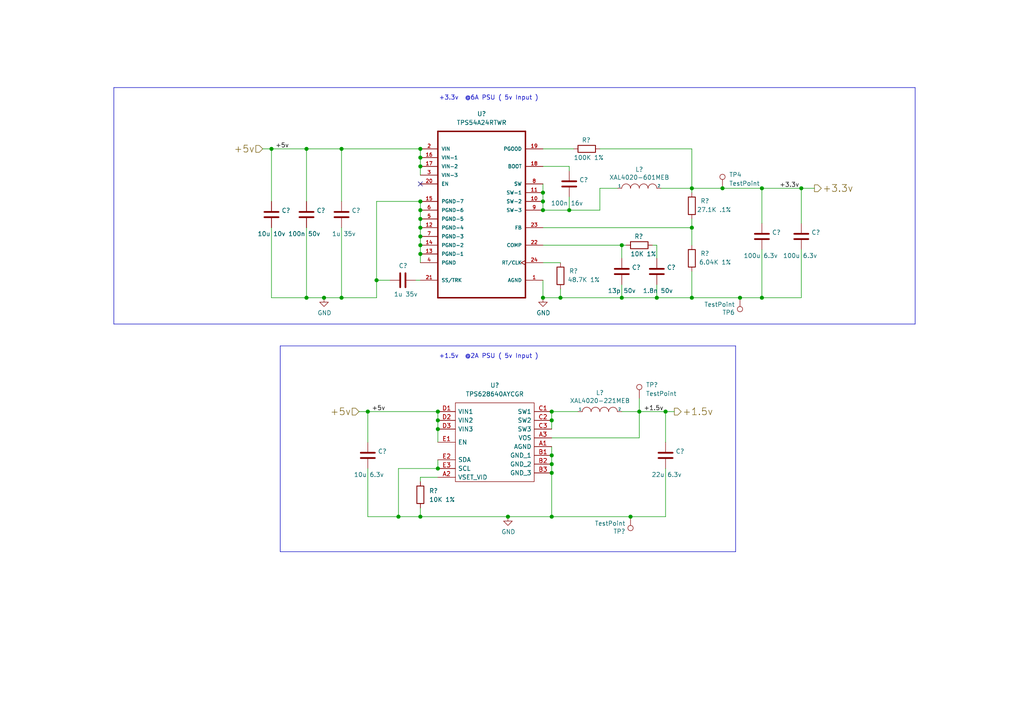
<source format=kicad_sch>
(kicad_sch (version 20201015) (generator eeschema)
  (page 1 10)
  (paper "A4")
  (title_block (title "AP2100v5") (date "2020-10-27") (rev "1") (company "(c) ISis ImageStream Internet Solutions 2020") (comment 1 "www.imagestream.com"))
  (lib_symbols
    (symbol "AP2100:TPS54A24RTWR" (pin_names (offset 1.016))
      (property "Reference" "U" (at -12.7 23.8506 0))
      (property "Value" "TPS54A24RTWR" (at -7.62 -27.94 0))
      (symbol "TPS54A24RTWR_0_0"
        (polyline (pts (xy -12.7 22.86) (xy 12.7 22.86)) (stroke (width 0.4064)))
        (polyline (pts (xy 12.7 22.86) (xy 12.7 -25.4)) (stroke (width 0.4064)))
        (polyline (pts (xy 12.7 -25.4) (xy -12.7 -25.4)) (stroke (width 0.4064)))
        (polyline (pts (xy -12.7 -25.4) (xy -12.7 22.86)) (stroke (width 0.4064)))
        (pin input clock (at 17.78 -15.24 180) (length 5.08) (name "RT/CLK") (number "24"))
        (pin input line (at -17.78 17.78 0) (length 5.08) (name "VIN") (number "2"))
        (pin input line (at -17.78 15.24 0) (length 5.08) (name "VIN-1") (number "16"))
        (pin input line (at -17.78 12.7 0) (length 5.08) (name "VIN-2") (number "17"))
        (pin input line (at -17.78 10.16 0) (length 5.08) (name "VIN-3") (number "3"))
        (pin bidirectional line (at 17.78 12.7 180) (length 5.08) (name "BOOT") (number "18"))
        (pin bidirectional line (at 17.78 -10.16 180) (length 5.08) (name "COMP") (number "22"))
        (pin bidirectional line (at -17.78 7.62 0) (length 5.08) (name "EN") (number "20"))
        (pin bidirectional line (at 17.78 -5.08 180) (length 5.08) (name "FB") (number "23"))
        (pin bidirectional line (at 17.78 17.78 180) (length 5.08) (name "PGOOD") (number "19"))
        (pin bidirectional line (at -17.78 -20.32 0) (length 5.08) (name "SS/TRK") (number "21"))
        (pin bidirectional line (at 17.78 7.62 180) (length 5.08) (name "SW") (number "8"))
        (pin bidirectional line (at 17.78 5.08 180) (length 5.08) (name "SW-1") (number "11"))
        (pin bidirectional line (at 17.78 2.54 180) (length 5.08) (name "SW-2") (number "10"))
        (pin bidirectional line (at 17.78 0 180) (length 5.08) (name "SW-3") (number "9"))
        (pin power_in line (at 17.78 -20.32 180) (length 5.08) (name "AGND") (number "1"))
        (pin power_in line (at -17.78 -15.24 0) (length 5.08) (name "PGND") (number "4"))
        (pin power_in line (at -17.78 -12.7 0) (length 5.08) (name "PGND-1") (number "13"))
        (pin power_in line (at -17.78 -10.16 0) (length 5.08) (name "PGND-2") (number "14"))
        (pin power_in line (at -17.78 -7.62 0) (length 5.08) (name "PGND-3") (number "7"))
        (pin power_in line (at -17.78 -5.08 0) (length 5.08) (name "PGND-4") (number "12"))
        (pin power_in line (at -17.78 -2.54 0) (length 5.08) (name "PGND-5") (number "5"))
        (pin power_in line (at -17.78 0 0) (length 5.08) (name "PGND-6") (number "6"))
        (pin power_in line (at -17.78 2.54 0) (length 5.08) (name "PGND-7") (number "15"))
      )
    )
    (symbol "AP2100:TPS628640AYCGR" (pin_names (offset 0.762))
      (property "Reference" "PS" (at 12.7 15.24 0))
      (property "Value" "TPS628640AYCGR" (at 12.7 12.7 0))
      (symbol "TPS628640AYCGR_0_1"
        (polyline (pts (xy -11.43 10.16) (xy 11.43 10.16) (xy 11.43 -12.7) (xy -11.43 -12.7) (xy -11.43 10.16)) (stroke (width 0.1524)))
      )
      (symbol "TPS628640AYCGR_0_0"
        (pin power_in line (at 16.51 -2.54 180) (length 5.08) (name "AGND") (number "A1"))
        (pin input line (at -16.51 -11.43 0) (length 5.08) (name "VSET_VID") (number "A2"))
        (pin input line (at 16.51 0 180) (length 5.08) (name "VOS") (number "A3"))
        (pin power_in line (at 16.51 -5.08 180) (length 5.08) (name "GND_1") (number "B1"))
        (pin power_in line (at 16.51 -7.62 180) (length 5.08) (name "GND_2") (number "B2"))
        (pin power_in line (at 16.51 -10.16 180) (length 5.08) (name "GND_3") (number "B3"))
        (pin power_in line (at 16.51 7.62 180) (length 5.08) (name "SW1") (number "C1"))
        (pin power_in line (at 16.51 5.08 180) (length 5.08) (name "SW2") (number "C2"))
        (pin power_in line (at 16.51 2.54 180) (length 5.08) (name "SW3") (number "C3"))
        (pin power_in line (at -16.51 7.62 0) (length 5.08) (name "VIN1") (number "D1"))
        (pin power_in line (at -16.51 5.08 0) (length 5.08) (name "VIN2") (number "D2"))
        (pin power_in line (at -16.51 2.54 0) (length 5.08) (name "VIN3") (number "D3"))
        (pin input line (at -16.51 -1.27 0) (length 5.08) (name "EN") (number "E1"))
        (pin bidirectional line (at -16.51 -6.35 0) (length 5.08) (name "SDA") (number "E2"))
        (pin bidirectional line (at -16.51 -8.89 0) (length 5.08) (name "SCL") (number "E3"))
      )
    )
    (symbol "Connector:TestPoint" (pin_numbers hide) (pin_names (offset 0.762) hide)
      (property "Reference" "TP" (at 0 6.858 0))
      (property "Value" "TestPoint" (at 0 5.08 0))
      (symbol "TestPoint_0_1"
        (circle (center 0 3.302) (radius 0.762))
      )
      (symbol "TestPoint_1_1"
        (pin passive line (at 0 0 90) (length 2.54) (name "1") (number "1"))
      )
    )
    (symbol "Device:C" (pin_numbers hide) (pin_names (offset 0.254))
      (property "Reference" "C" (at 0.635 2.54 0))
      (property "Value" "C" (at 0.635 -2.54 0))
      (symbol "C_0_1"
        (polyline (pts (xy -2.032 -0.762) (xy 2.032 -0.762)) (stroke (width 0.508)))
        (polyline (pts (xy -2.032 0.762) (xy 2.032 0.762)) (stroke (width 0.508)))
      )
      (symbol "C_1_1"
        (pin passive line (at 0 3.81 270) (length 2.794) (name "~") (number "1"))
        (pin passive line (at 0 -3.81 90) (length 2.794) (name "~") (number "2"))
      )
    )
    (symbol "Device:R" (pin_numbers hide) (pin_names (offset 0))
      (property "Reference" "R" (at 2.032 0 90))
      (property "Value" "R" (at 0 0 90))
      (symbol "R_0_1"
        (rectangle (start -1.016 -2.54) (end 1.016 2.54) (stroke (width 0.254)))
      )
      (symbol "R_1_1"
        (pin passive line (at 0 3.81 270) (length 1.27) (name "~") (number "1"))
        (pin passive line (at 0 -3.81 90) (length 1.27) (name "~") (number "2"))
      )
    )
    (symbol "power:GND" (power) (pin_names (offset 0))
      (property "Value" "GND" (at 0 -3.81 0))
      (symbol "GND_0_1"
        (polyline (pts (xy 0 0) (xy 0 -1.27) (xy 1.27 -1.27) (xy 0 -2.54) (xy -1.27 -1.27) (xy 0 -1.27)))
      )
      (symbol "GND_1_1"
        (pin power_in line (at 0 0 270) (length 0) hide (name "GND") (number "1"))
      )
    )
    (symbol "pspice:INDUCTOR" (pin_numbers hide) (pin_names (offset 0))
      (property "Reference" "L" (at 0 2.54 0))
      (property "Value" "INDUCTOR" (at 0 -1.27 0))
      (symbol "INDUCTOR_0_1"
        (arc (start -2.54 0) (end -5.08 0) (radius (at -3.81 0) (length 1.27) (angles 0.1 179.9)))
        (arc (start 0 0) (end -2.54 0) (radius (at -1.27 0) (length 1.27) (angles 0.1 179.9)))
        (arc (start 2.54 0) (end 0 0) (radius (at 1.27 0) (length 1.27) (angles 0.1 179.9)))
        (arc (start 5.08 0) (end 2.54 0) (radius (at 3.81 0) (length 1.27) (angles 0.1 179.9)))
      )
      (symbol "INDUCTOR_1_1"
        (pin input line (at -6.35 0 0) (length 1.27) (name "1") (number "1"))
        (pin input line (at 6.35 0 180) (length 1.27) (name "2") (number "2"))
      )
    )
  )
  (junction (at 78.74 43.18) (diameter 1.016))
  (junction (at 88.9 43.18) (diameter 1.016))
  (junction (at 88.9 86.36) (diameter 1.016))
  (junction (at 93.98 86.36) (diameter 1.016))
  (junction (at 99.06 43.18) (diameter 1.016))
  (junction (at 99.06 86.36) (diameter 1.016))
  (junction (at 106.68 119.38) (diameter 1.016))
  (junction (at 109.22 81.28) (diameter 1.016))
  (junction (at 115.57 149.86) (diameter 1.016))
  (junction (at 121.92 43.18) (diameter 1.016))
  (junction (at 121.92 45.72) (diameter 1.016))
  (junction (at 121.92 48.26) (diameter 1.016))
  (junction (at 121.92 58.42) (diameter 1.016))
  (junction (at 121.92 60.96) (diameter 1.016))
  (junction (at 121.92 63.5) (diameter 1.016))
  (junction (at 121.92 66.04) (diameter 1.016))
  (junction (at 121.92 68.58) (diameter 1.016))
  (junction (at 121.92 71.12) (diameter 1.016))
  (junction (at 121.92 73.66) (diameter 1.016))
  (junction (at 121.92 149.86) (diameter 1.016))
  (junction (at 127 119.38) (diameter 1.016))
  (junction (at 127 121.92) (diameter 1.016))
  (junction (at 127 124.46) (diameter 1.016))
  (junction (at 127 135.89) (diameter 1.016))
  (junction (at 147.32 149.86) (diameter 1.016))
  (junction (at 157.48 55.88) (diameter 1.016))
  (junction (at 157.48 58.42) (diameter 1.016))
  (junction (at 157.48 60.96) (diameter 1.016))
  (junction (at 157.48 86.36) (diameter 1.016))
  (junction (at 160.02 119.38) (diameter 1.016))
  (junction (at 160.02 121.92) (diameter 1.016))
  (junction (at 160.02 132.08) (diameter 1.016))
  (junction (at 160.02 134.62) (diameter 1.016))
  (junction (at 160.02 137.16) (diameter 1.016))
  (junction (at 160.02 149.86) (diameter 1.016))
  (junction (at 162.56 86.36) (diameter 1.016))
  (junction (at 165.1 60.96) (diameter 1.016))
  (junction (at 180.34 71.12) (diameter 1.016))
  (junction (at 180.34 86.36) (diameter 1.016))
  (junction (at 182.88 149.86) (diameter 1.016))
  (junction (at 185.42 119.38) (diameter 1.016))
  (junction (at 190.5 86.36) (diameter 1.016))
  (junction (at 193.04 119.38) (diameter 1.016))
  (junction (at 200.66 54.61) (diameter 1.016))
  (junction (at 200.66 66.04) (diameter 1.016))
  (junction (at 200.66 86.36) (diameter 1.016))
  (junction (at 209.55 54.61) (diameter 1.016))
  (junction (at 214.63 86.36) (diameter 1.016))
  (junction (at 220.98 54.61) (diameter 1.016))
  (junction (at 220.98 86.36) (diameter 1.016))
  (junction (at 232.41 54.61) (diameter 1.016))
  (no_connect (at 121.92 53.34))
  (wire (pts (xy 76.2 43.18) (xy 78.74 43.18)))
  (wire (pts (xy 78.74 43.18) (xy 88.9 43.18)))
  (wire (pts (xy 78.74 58.42) (xy 78.74 43.18)))
  (wire (pts (xy 78.74 66.04) (xy 78.74 86.36)))
  (wire (pts (xy 78.74 86.36) (xy 88.9 86.36)))
  (wire (pts (xy 88.9 43.18) (xy 99.06 43.18)))
  (wire (pts (xy 88.9 58.42) (xy 88.9 43.18)))
  (wire (pts (xy 88.9 66.04) (xy 88.9 86.36)))
  (wire (pts (xy 88.9 86.36) (xy 93.98 86.36)))
  (wire (pts (xy 93.98 86.36) (xy 99.06 86.36)))
  (wire (pts (xy 99.06 43.18) (xy 99.06 58.42)))
  (wire (pts (xy 99.06 86.36) (xy 99.06 66.04)))
  (wire (pts (xy 104.14 119.38) (xy 106.68 119.38)))
  (wire (pts (xy 106.68 119.38) (xy 127 119.38)))
  (wire (pts (xy 106.68 128.27) (xy 106.68 119.38)))
  (wire (pts (xy 106.68 135.89) (xy 106.68 149.86)))
  (wire (pts (xy 106.68 149.86) (xy 115.57 149.86)))
  (wire (pts (xy 109.22 58.42) (xy 121.92 58.42)))
  (wire (pts (xy 109.22 81.28) (xy 109.22 58.42)))
  (wire (pts (xy 109.22 81.28) (xy 109.22 86.36)))
  (wire (pts (xy 109.22 86.36) (xy 99.06 86.36)))
  (wire (pts (xy 113.03 81.28) (xy 109.22 81.28)))
  (wire (pts (xy 115.57 135.89) (xy 115.57 149.86)))
  (wire (pts (xy 115.57 149.86) (xy 121.92 149.86)))
  (wire (pts (xy 120.65 81.28) (xy 121.92 81.28)))
  (wire (pts (xy 121.92 43.18) (xy 99.06 43.18)))
  (wire (pts (xy 121.92 43.18) (xy 121.92 45.72)))
  (wire (pts (xy 121.92 45.72) (xy 121.92 48.26)))
  (wire (pts (xy 121.92 48.26) (xy 121.92 50.8)))
  (wire (pts (xy 121.92 58.42) (xy 121.92 60.96)))
  (wire (pts (xy 121.92 60.96) (xy 121.92 63.5)))
  (wire (pts (xy 121.92 63.5) (xy 121.92 66.04)))
  (wire (pts (xy 121.92 66.04) (xy 121.92 68.58)))
  (wire (pts (xy 121.92 68.58) (xy 121.92 71.12)))
  (wire (pts (xy 121.92 71.12) (xy 121.92 73.66)))
  (wire (pts (xy 121.92 73.66) (xy 121.92 76.2)))
  (wire (pts (xy 121.92 138.43) (xy 127 138.43)))
  (wire (pts (xy 121.92 139.7) (xy 121.92 138.43)))
  (wire (pts (xy 121.92 149.86) (xy 121.92 147.32)))
  (wire (pts (xy 127 119.38) (xy 127 121.92)))
  (wire (pts (xy 127 121.92) (xy 127 124.46)))
  (wire (pts (xy 127 124.46) (xy 127 128.27)))
  (wire (pts (xy 127 133.35) (xy 127 135.89)))
  (wire (pts (xy 127 135.89) (xy 115.57 135.89)))
  (wire (pts (xy 147.32 149.86) (xy 121.92 149.86)))
  (wire (pts (xy 157.48 43.18) (xy 166.37 43.18)))
  (wire (pts (xy 157.48 48.26) (xy 165.1 48.26)))
  (wire (pts (xy 157.48 53.34) (xy 157.48 55.88)))
  (wire (pts (xy 157.48 55.88) (xy 157.48 58.42)))
  (wire (pts (xy 157.48 58.42) (xy 157.48 60.96)))
  (wire (pts (xy 157.48 60.96) (xy 165.1 60.96)))
  (wire (pts (xy 157.48 66.04) (xy 200.66 66.04)))
  (wire (pts (xy 157.48 71.12) (xy 180.34 71.12)))
  (wire (pts (xy 157.48 81.28) (xy 157.48 86.36)))
  (wire (pts (xy 157.48 86.36) (xy 162.56 86.36)))
  (wire (pts (xy 160.02 119.38) (xy 160.02 121.92)))
  (wire (pts (xy 160.02 119.38) (xy 167.64 119.38)))
  (wire (pts (xy 160.02 121.92) (xy 160.02 124.46)))
  (wire (pts (xy 160.02 127) (xy 185.42 127)))
  (wire (pts (xy 160.02 129.54) (xy 160.02 132.08)))
  (wire (pts (xy 160.02 132.08) (xy 160.02 134.62)))
  (wire (pts (xy 160.02 134.62) (xy 160.02 137.16)))
  (wire (pts (xy 160.02 137.16) (xy 160.02 149.86)))
  (wire (pts (xy 160.02 149.86) (xy 147.32 149.86)))
  (wire (pts (xy 162.56 76.2) (xy 157.48 76.2)))
  (wire (pts (xy 162.56 86.36) (xy 162.56 83.82)))
  (wire (pts (xy 165.1 48.26) (xy 165.1 49.53)))
  (wire (pts (xy 165.1 60.96) (xy 165.1 57.15)))
  (wire (pts (xy 173.99 43.18) (xy 200.66 43.18)))
  (wire (pts (xy 173.99 54.61) (xy 173.99 60.96)))
  (wire (pts (xy 173.99 60.96) (xy 165.1 60.96)))
  (wire (pts (xy 179.07 54.61) (xy 173.99 54.61)))
  (wire (pts (xy 180.34 71.12) (xy 180.34 74.93)))
  (wire (pts (xy 180.34 82.55) (xy 180.34 86.36)))
  (wire (pts (xy 180.34 86.36) (xy 162.56 86.36)))
  (wire (pts (xy 180.34 119.38) (xy 185.42 119.38)))
  (wire (pts (xy 181.61 71.12) (xy 180.34 71.12)))
  (wire (pts (xy 182.88 149.86) (xy 160.02 149.86)))
  (wire (pts (xy 185.42 115.57) (xy 185.42 119.38)))
  (wire (pts (xy 185.42 119.38) (xy 193.04 119.38)))
  (wire (pts (xy 185.42 127) (xy 185.42 119.38)))
  (wire (pts (xy 190.5 71.12) (xy 189.23 71.12)))
  (wire (pts (xy 190.5 74.93) (xy 190.5 71.12)))
  (wire (pts (xy 190.5 82.55) (xy 190.5 86.36)))
  (wire (pts (xy 190.5 86.36) (xy 180.34 86.36)))
  (wire (pts (xy 193.04 119.38) (xy 193.04 128.27)))
  (wire (pts (xy 193.04 119.38) (xy 195.58 119.38)))
  (wire (pts (xy 193.04 135.89) (xy 193.04 149.86)))
  (wire (pts (xy 193.04 149.86) (xy 182.88 149.86)))
  (wire (pts (xy 200.66 43.18) (xy 200.66 54.61)))
  (wire (pts (xy 200.66 54.61) (xy 191.77 54.61)))
  (wire (pts (xy 200.66 54.61) (xy 209.55 54.61)))
  (wire (pts (xy 200.66 55.88) (xy 200.66 54.61)))
  (wire (pts (xy 200.66 66.04) (xy 200.66 63.5)))
  (wire (pts (xy 200.66 66.04) (xy 200.66 71.12)))
  (wire (pts (xy 200.66 78.74) (xy 200.66 86.36)))
  (wire (pts (xy 200.66 86.36) (xy 190.5 86.36)))
  (wire (pts (xy 209.55 54.61) (xy 220.98 54.61)))
  (wire (pts (xy 214.63 86.36) (xy 200.66 86.36)))
  (wire (pts (xy 220.98 54.61) (xy 220.98 64.77)))
  (wire (pts (xy 220.98 54.61) (xy 232.41 54.61)))
  (wire (pts (xy 220.98 72.39) (xy 220.98 86.36)))
  (wire (pts (xy 220.98 86.36) (xy 214.63 86.36)))
  (wire (pts (xy 232.41 54.61) (xy 232.41 64.77)))
  (wire (pts (xy 232.41 54.61) (xy 236.22 54.61)))
  (wire (pts (xy 232.41 72.39) (xy 232.41 86.36)))
  (wire (pts (xy 232.41 86.36) (xy 220.98 86.36)))
  (polyline (pts (xy 33.02 25.4) (xy 33.02 93.98)) (stroke (width 0) (type solid)))
  (polyline (pts (xy 33.02 25.4) (xy 265.43 25.4)) (stroke (width 0) (type solid)))
  (polyline (pts (xy 81.28 100.33) (xy 81.28 160.02)) (stroke (width 0) (type solid)))
  (polyline (pts (xy 81.28 100.33) (xy 213.36 100.33)) (stroke (width 0) (type solid)))
  (polyline (pts (xy 213.36 100.33) (xy 213.36 160.02)) (stroke (width 0) (type solid)))
  (polyline (pts (xy 213.36 160.02) (xy 81.28 160.02)) (stroke (width 0) (type solid)))
  (polyline (pts (xy 265.43 25.4) (xy 265.43 93.98)) (stroke (width 0) (type solid)))
  (polyline (pts (xy 265.43 93.98) (xy 33.02 93.98)) (stroke (width 0) (type solid)))
  (text "+3.3v  @6A PSU ( 5v Input )" (at 156.21 29.21 180) (effects (font (size 1.27 1.27)) (justify right bottom)))
  (text "+1.5v  @2A PSU ( 5v Input )" (at 156.21 104.14 180) (effects (font (size 1.27 1.27)) (justify right bottom)))
  (label "+5v" (at 83.82 43.18 180))
  (label "+5v" (at 111.76 119.38 180))
  (label "+1.5v" (at 186.69 119.38 0))
  (label "+3.3v" (at 226.06 54.61 0))
  (hierarchical_label "+5v" (shape input) (at 76.2 43.18 180) (effects (font (size 2.0066 2.0066))))
  (hierarchical_label "+5v" (shape input) (at 104.14 119.38 180) (effects (font (size 2.0066 2.0066))))
  (hierarchical_label "+1.5v" (shape output) (at 195.58 119.38 0) (effects (font (size 2.0066 2.0066))))
  (hierarchical_label "+3.3v" (shape output) (at 236.22 54.61 0) (effects (font (size 2.0066 2.0066))))
  (symbol (lib_id "Connector:TestPoint") (at 182.88 149.86 180) (unit 1)
    (property "Reference" "TP?" (at 181.4068 154.1272 0) (effects (justify left)))
    (property "Value" "TestPoint" (at 181.4068 151.8158 0) (effects (justify left)))
    (property "Footprint" "TestPoint:TestPoint_Pad_2.0x2.0mm" (effects hide))
    (property "Field4" "nf" (effects hide))
    (property "Field5" "nf" (effects hide))
    (property "Field6" "nf" (effects hide))
    (property "Field7" "nf" (effects hide))
  )
  (symbol (lib_id "Connector:TestPoint") (at 185.42 115.57 0) (unit 1)
    (property "Reference" "TP?" (at 187.325 111.633 0) (effects (justify left)))
    (property "Value" "TestPoint" (at 187.325 114.173 0) (effects (justify left)))
    (property "Footprint" "TestPoint:TestPoint_Pad_2.0x2.0mm" (effects hide))
    (property "Field4" "nf" (effects hide))
    (property "Field5" "nf" (effects hide))
    (property "Field6" "nf" (effects hide))
    (property "Field7" "nf" (effects hide))
  )
  (symbol (lib_id "Connector:TestPoint") (at 209.55 54.61 0) (unit 1)
    (property "Reference" "TP4" (at 211.455 50.673 0) (effects (justify left)))
    (property "Value" "TestPoint" (at 211.455 53.213 0) (effects (justify left)))
    (property "Footprint" "TestPoint:TestPoint_Pad_2.0x2.0mm" (effects hide))
    (property "Field4" "nf" (effects hide))
    (property "Field5" "nf" (effects hide))
    (property "Field6" "nf" (effects hide))
    (property "Field7" "nf" (effects hide))
  )
  (symbol (lib_id "Connector:TestPoint") (at 214.63 86.36 180) (unit 1)
    (property "Reference" "TP6" (at 213.1568 90.6272 0) (effects (justify left)))
    (property "Value" "TestPoint" (at 213.1568 88.3158 0) (effects (justify left)))
    (property "Footprint" "TestPoint:TestPoint_Pad_2.0x2.0mm" (effects hide))
    (property "Field4" "nf" (effects hide))
    (property "Field5" "nf" (effects hide))
    (property "Field6" "nf" (effects hide))
    (property "Field7" "nf" (effects hide))
  )
  (symbol (lib_id "power:GND") (at 93.98 86.36 0) (unit 1)
    (property "Reference" "#PWR0155" (effects hide))
    (property "Value" "GND" (at 94.107 90.7542 0))
  )
  (symbol (lib_id "power:GND") (at 147.32 149.86 0) (unit 1)
    (property "Reference" "#PWR0157" (effects hide))
    (property "Value" "GND" (at 147.447 154.2542 0))
  )
  (symbol (lib_id "power:GND") (at 157.48 86.36 0) (unit 1)
    (property "Reference" "#PWR0156" (effects hide))
    (property "Value" "GND" (at 157.607 90.7542 0))
  )
  (symbol (lib_id "Device:R") (at 121.92 143.51 0) (mirror x) (unit 1)
    (property "Reference" "R?" (at 124.46 142.367 0) (effects (justify left)))
    (property "Value" "10K 1%" (at 124.46 144.907 0) (effects (justify left)))
    (property "Footprint" "Resistor_SMD:R_0402_1005Metric" (effects hide))
    (property "Field6" "CRCW040210K0FKED" (effects hide))
    (property "Part Description" "Resistor 10K 0402 1% 63mW" (effects hide))
    (property "PartsBoxID" "0402-10K-1%" (effects hide))
  )
  (symbol (lib_id "Device:R") (at 162.56 80.01 0) (mirror y) (unit 1)
    (property "Reference" "R?" (at 167.64 78.613 0) (effects (justify left)))
    (property "Value" "48.7K 1%" (at 173.99 81.153 0) (effects (justify left)))
    (property "Footprint" "Resistor_SMD:R_0402_1005Metric" (effects hide))
    (property "Field6" "CRCW040248K7FKED" (effects hide))
    (property "Part Description" "Resistor 48.7K 0402 1% 63mW" (effects hide))
    (property "PartsBoxID" "0402-48.7K-1%" (effects hide))
  )
  (symbol (lib_id "Device:R") (at 170.18 43.18 90) (mirror x) (unit 1)
    (property "Reference" "R?" (at 171.323 40.64 90) (effects (justify left)))
    (property "Value" "100K 1%" (at 175.133 45.72 90) (effects (justify left)))
    (property "Footprint" "Resistor_SMD:R_0402_1005Metric" (effects hide))
    (property "Field6" "CRCW0402100KFKED" (effects hide))
    (property "Part Description" "Resistor 100K 0402 1% 63mW" (effects hide))
    (property "PartsBoxID" "0402-100K-1%" (effects hide))
  )
  (symbol (lib_id "Device:R") (at 185.42 71.12 90) (mirror x) (unit 1)
    (property "Reference" "R?" (at 186.563 68.58 90) (effects (justify left)))
    (property "Value" "10K 1%" (at 190.373 73.66 90) (effects (justify left)))
    (property "Footprint" "Resistor_SMD:R_0402_1005Metric" (effects hide))
    (property "Field6" "CRCW040210K0FKED" (effects hide))
    (property "Part Description" "Resistor 10K 0402 1% 63mW" (effects hide))
    (property "PartsBoxID" "0402-10K-1%" (effects hide))
  )
  (symbol (lib_id "Device:R") (at 200.66 59.69 0) (mirror y) (unit 1)
    (property "Reference" "R?" (at 205.74 58.293 0) (effects (justify left)))
    (property "Value" "27.1K .1%" (at 212.09 60.833 0) (effects (justify left)))
    (property "Footprint" "Resistor_SMD:R_0805_2012Metric" (effects hide))
    (property "Field6" "RT0805BRD0727K1L" (effects hide))
    (property "Part Description" "Resistor 27.1K 0805 .1% 125mW" (effects hide))
    (property "PartsBoxID" "0805-27.1K-.1%" (effects hide))
  )
  (symbol (lib_id "Device:R") (at 200.66 74.93 0) (mirror y) (unit 1)
    (property "Reference" "R?" (at 205.74 73.533 0) (effects (justify left)))
    (property "Value" "6.04K 1%" (at 212.09 76.073 0) (effects (justify left)))
    (property "Footprint" "Resistor_SMD:R_0402_1005Metric" (effects hide))
    (property "Field6" "CRCW04026K04FKED" (effects hide))
    (property "Part Description" "Resistor 6.04K 0402 1% 63mW" (effects hide))
    (property "PartsBoxID" "0402-6.04K-1%" (effects hide))
  )
  (symbol (lib_id "pspice:INDUCTOR") (at 173.99 119.38 0) (unit 1)
    (property "Reference" "L?" (at 173.99 113.919 0))
    (property "Value" "XAL4020-221MEB" (at 173.99 116.2304 0))
    (property "Footprint" "Inductor_SMD:L_Coilcraft_XxL4020" (effects hide))
    (property "Field7" "Coilcraft" (effects hide))
    (property "Part Description" "Fixed Inductors 0.22uH SMD 4020" (effects hide))
    (property "PartsBoxID" "XAL4020-221MEB" (effects hide))
  )
  (symbol (lib_id "pspice:INDUCTOR") (at 185.42 54.61 0) (unit 1)
    (property "Reference" "L?" (at 185.42 49.149 0))
    (property "Value" "XAL4020-601MEB" (at 185.42 51.4604 0))
    (property "Footprint" "Inductor_SMD:L_Coilcraft_XxL4020" (effects hide))
    (property "Field7" "Coilcraft" (effects hide))
    (property "Part Description" "Fixed Inductors 0.6uH SMD 4020" (effects hide))
    (property "PartsBoxID" "XAL4020-601MEB" (effects hide))
  )
  (symbol (lib_id "Device:C") (at 78.74 62.23 0) (unit 1)
    (property "Reference" "C?" (at 81.661 61.0616 0) (effects (justify left)))
    (property "Value" "10u 10v" (at 74.676 67.818 0) (effects (justify left)))
    (property "Footprint" "Capacitor_SMD:C_0805_2012Metric" (effects hide))
    (property "Field4" "Digikey" (effects hide))
    (property "Field6" "C0805C106K8PACTU" (effects hide))
    (property "Field7" "Kemet" (effects hide))
    (property "Part Description" "10uF 10% or 20% 10V Ceramic Capacitor X5R 0805" (effects hide))
    (property "PartsBoxID" "0805-10uF-X5R-10V" (effects hide))
  )
  (symbol (lib_id "Device:C") (at 88.9 62.23 0) (unit 1)
    (property "Reference" "C?" (at 91.821 61.0616 0) (effects (justify left)))
    (property "Value" "100n 50v" (at 83.566 67.818 0) (effects (justify left)))
    (property "Footprint" "Capacitor_SMD:C_0603_1608Metric" (effects hide))
    (property "Field4" "Digikey" (effects hide))
    (property "Field6" "GRM188R71H104KA93D" (effects hide))
    (property "Field7" "Murata" (effects hide))
    (property "Part Description" "100nF 10% or 20% 50V Ceramic Capacitor X7R 0603" (effects hide))
    (property "PartsBoxID" "0603-100nF-X7R-50V" (effects hide))
  )
  (symbol (lib_id "Device:C") (at 99.06 62.23 0) (unit 1)
    (property "Reference" "C?" (at 101.981 61.0616 0) (effects (justify left)))
    (property "Value" "1u 35v" (at 96.266 67.818 0) (effects (justify left)))
    (property "Footprint" "Capacitor_SMD:C_0603_1608Metric" (effects hide))
    (property "Field5" "490-10505-1-ND" (effects hide))
    (property "Field4" "Digikey" (effects hide))
    (property "Field6" "C1608X7R1V105K080AC" (effects hide))
    (property "Field7" "TDK" (effects hide))
    (property "Part Description" "1uF 10% or 20% 35V Ceramic Capacitor X7R 0603" (effects hide))
    (property "PartsBoxID" "0603-1uF-X7R-35V" (effects hide))
  )
  (symbol (lib_id "Device:C") (at 106.68 132.08 0) (unit 1)
    (property "Reference" "C?" (at 109.601 130.9116 0) (effects (justify left)))
    (property "Value" "10u 6.3v" (at 102.616 137.668 0) (effects (justify left)))
    (property "Footprint" "Capacitor_SMD:C_0603_1608Metric" (effects hide))
    (property "Field4" "Mouser" (effects hide))
    (property "Field6" "C0603C106M9PACTU" (effects hide))
    (property "Field7" "Kemet" (effects hide))
    (property "Part Description" "10uF 10% or 20% 6.3V Ceramic Capacitor X5R 0603" (effects hide))
    (property "PartsBoxID" "0603-10uF-X5R-6.3V" (effects hide))
  )
  (symbol (lib_id "Device:C") (at 116.84 81.28 90) (unit 1)
    (property "Reference" "C?" (at 118.2116 77.089 90) (effects (justify left)))
    (property "Value" "1u 35v" (at 121.158 85.344 90) (effects (justify left)))
    (property "Footprint" "Capacitor_SMD:C_0402_1005Metric" (effects hide))
    (property "Field4" "Digikey" (effects hide))
    (property "Field6" "GRM155R61A103KA01D" (effects hide))
    (property "Field7" "Murata" (effects hide))
    (property "Part Description" "10nF 10% or 20% 10V Ceramic Capacitor X5R 0402" (effects hide))
    (property "PartsBoxID" "0402-10nF-X5R-10V" (effects hide))
  )
  (symbol (lib_id "Device:C") (at 165.1 53.34 0) (unit 1)
    (property "Reference" "C?" (at 168.021 52.1716 0) (effects (justify left)))
    (property "Value" "100n 16v" (at 159.766 58.928 0) (effects (justify left)))
    (property "Footprint" "Capacitor_SMD:C_0402_1005Metric" (effects hide))
    (property "Field4" "Digikey" (effects hide))
    (property "Field6" "GRM155R71C104KA88D" (effects hide))
    (property "Field7" "Murata" (effects hide))
    (property "Part Description" "100nF 10% or 20% 16V Ceramic Capacitor X7R 402" (effects hide))
    (property "PartsBoxID" "0402-100nF-X7R-16V" (effects hide))
  )
  (symbol (lib_id "Device:C") (at 180.34 78.74 0) (unit 1)
    (property "Reference" "C?" (at 183.261 77.5716 0) (effects (justify left)))
    (property "Value" "13p 50v" (at 176.276 84.328 0) (effects (justify left)))
    (property "Footprint" "Capacitor_SMD:C_0402_1005Metric" (effects hide))
    (property "Field4" "Mouser" (effects hide))
    (property "Field6" "CL05C130JB5NNNC" (effects hide))
    (property "Field7" "Samsung Electro-Mechanics" (effects hide))
    (property "Part Description" "13pF 10% or 20% 50V Ceramic Capacitor C0G/NP0 402" (effects hide))
    (property "PartsBoxID" "0402-13pF-C0G-50V" (effects hide))
  )
  (symbol (lib_id "Device:C") (at 190.5 78.74 0) (unit 1)
    (property "Reference" "C?" (at 193.421 77.5716 0) (effects (justify left)))
    (property "Value" "1.8n 50v" (at 186.436 84.328 0) (effects (justify left)))
    (property "Footprint" "Capacitor_SMD:C_0603_1608Metric" (effects hide))
    (property "Field4" "Mouser" (effects hide))
    (property "Field6" "GRM1885C1H182JA01J" (effects hide))
    (property "Field7" "Murata" (effects hide))
    (property "Part Description" "1.8nF 10% or 20% 50V Ceramic Capacitor C0G/NP0 0603" (effects hide))
    (property "PartsBoxID" "0603-1.8nF-C0G-50V" (effects hide))
  )
  (symbol (lib_id "Device:C") (at 193.04 132.08 0) (unit 1)
    (property "Reference" "C?" (at 195.961 130.9116 0) (effects (justify left)))
    (property "Value" "22u 6.3v" (at 188.976 137.668 0) (effects (justify left)))
    (property "Footprint" "Capacitor_SMD:C_0805_2012Metric" (effects hide))
    (property "Field4" "Mouser" (effects hide))
    (property "Field6" "GRM21BR60J226ME39L" (effects hide))
    (property "Field7" "Murata" (effects hide))
    (property "Part Description" "22uF 10% or 20% 6.3V Ceramic Capacitor X5R 0805" (effects hide))
    (property "PartsBoxID" "0805-22uF-X5R-6.3V" (effects hide))
  )
  (symbol (lib_id "Device:C") (at 220.98 68.58 0) (unit 1)
    (property "Reference" "C?" (at 223.901 67.4116 0) (effects (justify left)))
    (property "Value" "100u 6.3v" (at 215.646 74.168 0) (effects (justify left)))
    (property "Footprint" "Capacitor_SMD:C_1206_3216Metric" (effects hide))
    (property "Field4" "Mouser" (effects hide))
    (property "Field6" "GRM31CR60J107ME39L" (effects hide))
    (property "Field7" "Murata" (effects hide))
    (property "Part Description" "100uF 10% or 20% 6.3V Ceramic Capacitor X5R 1206" (effects hide))
    (property "PartsBoxID" "1206-100uF-X5R-6.3V" (effects hide))
  )
  (symbol (lib_id "Device:C") (at 232.41 68.58 0) (unit 1)
    (property "Reference" "C?" (at 235.331 67.4116 0) (effects (justify left)))
    (property "Value" "100u 6.3v" (at 227.076 74.168 0) (effects (justify left)))
    (property "Footprint" "Capacitor_SMD:C_1206_3216Metric" (effects hide))
    (property "Field4" "Mouser" (effects hide))
    (property "Field6" "GRM31CR60J107ME39L" (effects hide))
    (property "Field7" "Murata" (effects hide))
    (property "Part Description" "100uF 10% or 20% 6.3V Ceramic Capacitor X5R 1206" (effects hide))
    (property "PartsBoxID" "1206-100uF-X5R-6.3V" (effects hide))
  )
  (symbol (lib_id "AP2100:TPS628640AYCGR") (at 143.51 127 0) (unit 1)
    (property "Reference" "U?" (at 143.51 111.76 0))
    (property "Value" "TPS628640AYCGR" (at 143.51 114.3 0))
    (property "Footprint" "BGA15C35P3X5_101X174X50" (effects hide))
    (property "Datasheet" "https://www.ti.com/lit/ds/symlink/tps62866.pdf?ts=1603904930439" (effects hide))
    (property "Description" "Switching Voltage Regulators 4-A Synchronous Step-Down Converter with I2C Interface in 1.05-mm x 1.78-mm WCSP package 15-DSBGA -40 to 125" (effects hide))
    (property "Height" "0.5" (effects hide))
    (property "Manufacturer_Name" "Texas Instruments" (effects hide))
    (property "Manufacturer_Part_Number" "TPS628640AYCGR" (effects hide))
    (property "PartsBoxID" "TPS628640AYCGR" (effects hide))
  )
  (symbol (lib_id "AP2100:TPS54A24RTWR") (at 139.7 60.96 0) (unit 1)
    (property "Reference" "U?" (at 139.7 33.02 0))
    (property "Value" "TPS54A24RTWR" (at 139.7 35.56 0))
    (property "Footprint" "QFN50P400X400X80-25N" (effects hide))
    (property "PartsBoxID" "TPS54A24RTWR" (effects hide))
  )
)
</source>
